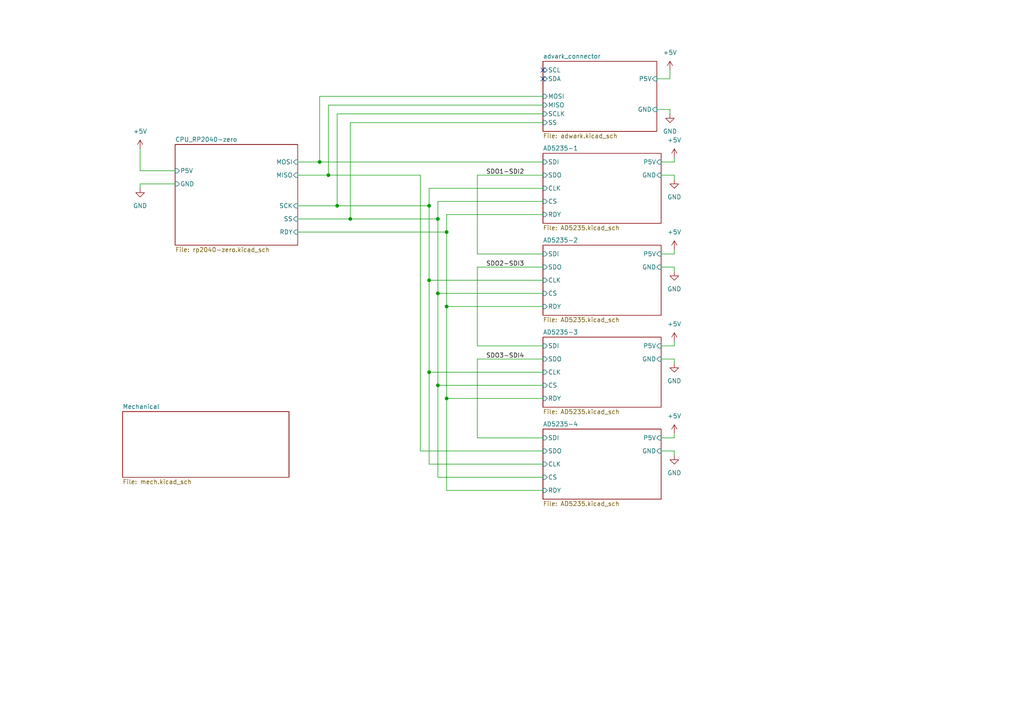
<source format=kicad_sch>
(kicad_sch (version 20230121) (generator eeschema)
  (paper "A4")
  (lib_symbols
    (symbol "PCM_4ms_Power-symbol:+5V" (power) (pin_names (offset 0))
      (property "Value" "+5V" (at 0 3.556 0))
      (symbol "+5V_0_1"
        (polyline (pts (xy -0.762 1.27) (xy 0 2.54)))
        (polyline (pts (xy 0 0) (xy 0 2.54)))
        (polyline (pts (xy 0 2.54) (xy 0.762 1.27)))
      )
      (symbol "+5V_1_1"
        (pin power_in line (at 0 0 90) (length 0) hide (name "+5V") (number "1"))
      )
    )
    (symbol "PCM_4ms_Power-symbol:GND" (power) (pin_names (offset 0))
      (property "Value" "GND" (at 0 -3.81 0))
      (symbol "GND_0_1"
        (polyline (pts (xy 0 0) (xy 0 -1.27) (xy 1.27 -1.27) (xy 0 -2.54) (xy -1.27 -1.27) (xy 0 -1.27)))
      )
      (symbol "GND_1_1"
        (pin power_in line (at 0 0 270) (length 0) hide (name "GND") (number "1"))
      )
    )
  )
  (junction (at 92.71 46.99))
  (junction (at 127 63.5))
  (junction (at 129.54 67.31))
  (junction (at 95.25 50.8))
  (junction (at 129.54 88.9))
  (junction (at 127 111.76))
  (junction (at 124.46 59.69))
  (junction (at 129.54 115.57))
  (junction (at 101.6 63.5))
  (junction (at 127 85.09))
  (junction (at 124.46 107.95))
  (junction (at 97.79 59.69))
  (junction (at 124.46 81.28))
  (no_connect (at 157.48 22.86))
  (no_connect (at 157.48 20.32))
  (wire (pts (xy 127 63.5) (xy 127 85.09)))
  (wire (pts (xy 191.77 127) (xy 195.58 127)))
  (wire (pts (xy 194.31 31.75) (xy 194.31 33.02)))
  (wire (pts (xy 86.36 46.99) (xy 92.71 46.99)))
  (wire (pts (xy 40.64 43.18) (xy 40.64 49.53)))
  (wire (pts (xy 157.48 77.47) (xy 138.43 77.47)))
  (wire (pts (xy 127 85.09) (xy 157.48 85.09)))
  (wire (pts (xy 195.58 50.8) (xy 195.58 52.07)))
  (wire (pts (xy 138.43 100.33) (xy 157.48 100.33)))
  (wire (pts (xy 121.92 130.81) (xy 121.92 50.8)))
  (wire (pts (xy 127 85.09) (xy 127 111.76)))
  (wire (pts (xy 101.6 35.56) (xy 101.6 63.5)))
  (wire (pts (xy 190.5 22.86) (xy 194.31 22.86)))
  (wire (pts (xy 191.77 77.47) (xy 195.58 77.47)))
  (wire (pts (xy 157.48 62.23) (xy 129.54 62.23)))
  (wire (pts (xy 191.77 46.99) (xy 195.58 46.99)))
  (wire (pts (xy 101.6 63.5) (xy 127 63.5)))
  (wire (pts (xy 124.46 134.62) (xy 157.48 134.62)))
  (wire (pts (xy 190.5 31.75) (xy 194.31 31.75)))
  (wire (pts (xy 86.36 67.31) (xy 129.54 67.31)))
  (wire (pts (xy 129.54 115.57) (xy 157.48 115.57)))
  (wire (pts (xy 195.58 46.99) (xy 195.58 45.72)))
  (wire (pts (xy 129.54 62.23) (xy 129.54 67.31)))
  (wire (pts (xy 124.46 81.28) (xy 157.48 81.28)))
  (wire (pts (xy 157.48 30.48) (xy 95.25 30.48)))
  (wire (pts (xy 138.43 50.8) (xy 138.43 73.66)))
  (wire (pts (xy 157.48 54.61) (xy 124.46 54.61)))
  (wire (pts (xy 191.77 130.81) (xy 195.58 130.81)))
  (wire (pts (xy 157.48 104.14) (xy 138.43 104.14)))
  (wire (pts (xy 95.25 30.48) (xy 95.25 50.8)))
  (wire (pts (xy 157.48 27.94) (xy 92.71 27.94)))
  (wire (pts (xy 124.46 54.61) (xy 124.46 59.69)))
  (wire (pts (xy 191.77 50.8) (xy 195.58 50.8)))
  (wire (pts (xy 92.71 46.99) (xy 157.48 46.99)))
  (wire (pts (xy 124.46 59.69) (xy 124.46 81.28)))
  (wire (pts (xy 195.58 73.66) (xy 195.58 72.39)))
  (wire (pts (xy 124.46 81.28) (xy 124.46 107.95)))
  (wire (pts (xy 157.48 50.8) (xy 138.43 50.8)))
  (wire (pts (xy 157.48 33.02) (xy 97.79 33.02)))
  (wire (pts (xy 127 138.43) (xy 157.48 138.43)))
  (wire (pts (xy 195.58 130.81) (xy 195.58 132.08)))
  (wire (pts (xy 138.43 127) (xy 157.48 127)))
  (wire (pts (xy 129.54 67.31) (xy 129.54 88.9)))
  (wire (pts (xy 86.36 50.8) (xy 95.25 50.8)))
  (wire (pts (xy 129.54 88.9) (xy 129.54 115.57)))
  (wire (pts (xy 194.31 20.32) (xy 194.31 22.86)))
  (wire (pts (xy 195.58 77.47) (xy 195.58 78.74)))
  (wire (pts (xy 40.64 49.53) (xy 50.8 49.53)))
  (wire (pts (xy 129.54 142.24) (xy 157.48 142.24)))
  (wire (pts (xy 40.64 53.34) (xy 40.64 54.61)))
  (wire (pts (xy 92.71 27.94) (xy 92.71 46.99)))
  (wire (pts (xy 191.77 104.14) (xy 195.58 104.14)))
  (wire (pts (xy 138.43 104.14) (xy 138.43 127)))
  (wire (pts (xy 191.77 100.33) (xy 195.58 100.33)))
  (wire (pts (xy 124.46 107.95) (xy 157.48 107.95)))
  (wire (pts (xy 124.46 107.95) (xy 124.46 134.62)))
  (wire (pts (xy 86.36 63.5) (xy 101.6 63.5)))
  (wire (pts (xy 97.79 33.02) (xy 97.79 59.69)))
  (wire (pts (xy 195.58 104.14) (xy 195.58 105.41)))
  (wire (pts (xy 191.77 73.66) (xy 195.58 73.66)))
  (wire (pts (xy 157.48 130.81) (xy 121.92 130.81)))
  (wire (pts (xy 50.8 53.34) (xy 40.64 53.34)))
  (wire (pts (xy 157.48 35.56) (xy 101.6 35.56)))
  (wire (pts (xy 138.43 73.66) (xy 157.48 73.66)))
  (wire (pts (xy 127 111.76) (xy 127 138.43)))
  (wire (pts (xy 129.54 115.57) (xy 129.54 142.24)))
  (wire (pts (xy 129.54 88.9) (xy 157.48 88.9)))
  (wire (pts (xy 86.36 59.69) (xy 97.79 59.69)))
  (wire (pts (xy 127 58.42) (xy 127 63.5)))
  (wire (pts (xy 127 111.76) (xy 157.48 111.76)))
  (wire (pts (xy 97.79 59.69) (xy 124.46 59.69)))
  (wire (pts (xy 157.48 58.42) (xy 127 58.42)))
  (wire (pts (xy 195.58 100.33) (xy 195.58 99.06)))
  (wire (pts (xy 138.43 77.47) (xy 138.43 100.33)))
  (wire (pts (xy 95.25 50.8) (xy 121.92 50.8)))
  (wire (pts (xy 195.58 127) (xy 195.58 125.73)))
  (label "SDO3-SDI4" (at 140.97 104.14 0))
  (label "SDO2-SDI3" (at 140.97 77.47 0))
  (label "SDO1-SDI2" (at 140.97 50.8 0))
  (symbol (lib_id "PCM_4ms_Power-symbol:+5V") (at 195.58 72.39 0) (unit 1)
    (property "Reference" "#PWR05" (effects hide))
    (property "Value" "+5V" (at 195.58 67.31 0))
  )
  (symbol (lib_id "PCM_4ms_Power-symbol:GND") (at 40.64 54.61 0) (unit 1)
    (property "Reference" "#PWR02" (effects hide))
    (property "Value" "GND" (at 40.64 59.69 0))
  )
  (symbol (lib_id "PCM_4ms_Power-symbol:+5V") (at 195.58 125.73 0) (unit 1)
    (property "Reference" "#PWR09" (effects hide))
    (property "Value" "+5V" (at 195.58 120.65 0))
  )
  (symbol (lib_id "PCM_4ms_Power-symbol:GND") (at 195.58 52.07 0) (unit 1)
    (property "Reference" "#PWR04" (effects hide))
    (property "Value" "GND" (at 195.58 57.15 0))
  )
  (symbol (lib_id "PCM_4ms_Power-symbol:+5V") (at 195.58 99.06 0) (unit 1)
    (property "Reference" "#PWR07" (effects hide))
    (property "Value" "+5V" (at 195.58 93.98 0))
  )
  (symbol (lib_id "PCM_4ms_Power-symbol:+5V") (at 194.31 20.32 0) (unit 1)
    (property "Reference" "#PWR011" (effects hide))
    (property "Value" "+5V" (at 194.31 15.24 0))
  )
  (symbol (lib_id "PCM_4ms_Power-symbol:+5V") (at 195.58 45.72 0) (unit 1)
    (property "Reference" "#PWR03" (effects hide))
    (property "Value" "+5V" (at 195.58 40.64 0))
  )
  (symbol (lib_id "PCM_4ms_Power-symbol:GND") (at 195.58 105.41 0) (unit 1)
    (property "Reference" "#PWR08" (effects hide))
    (property "Value" "GND" (at 195.58 110.49 0))
  )
  (symbol (lib_id "PCM_4ms_Power-symbol:+5V") (at 40.64 43.18 0) (unit 1)
    (property "Reference" "#PWR01" (effects hide))
    (property "Value" "+5V" (at 40.64 38.1 0))
  )
  (symbol (lib_id "PCM_4ms_Power-symbol:GND") (at 194.31 33.02 0) (unit 1)
    (property "Reference" "#PWR012" (effects hide))
    (property "Value" "GND" (at 194.31 38.1 0))
  )
  (symbol (lib_id "PCM_4ms_Power-symbol:GND") (at 195.58 78.74 0) (unit 1)
    (property "Reference" "#PWR06" (effects hide))
    (property "Value" "GND" (at 195.58 83.82 0))
  )
  (symbol (lib_id "PCM_4ms_Power-symbol:GND") (at 195.58 132.08 0) (unit 1)
    (property "Reference" "#PWR010" (effects hide))
    (property "Value" "GND" (at 195.58 137.16 0))
  )
  (sheet (at 157.48 97.79) (size 34.29 20.32) (stroke (width 0.1524))
    (property "Sheetname" "AD5235-3" (at 157.48 97.0784 0) (effects (justify left bottom)))
    (property "Sheetfile" "AD5235.kicad_sch" (at 157.48 118.6946 0) (effects (justify left top)))
    (pin "SDO" input (at 157.48 104.14 180))
    (pin "CLK" input (at 157.48 107.95 180))
    (pin "CS" input (at 157.48 111.76 180))
    (pin "SDI" input (at 157.48 100.33 180))
    (pin "P5V" input (at 191.77 100.33 0))
    (pin "RDY" input (at 157.48 115.57 180))
    (pin "GND" input (at 191.77 104.14 0))
  )
  (sheet (at 157.48 124.46) (size 34.29 20.32) (stroke (width 0.1524))
    (property "Sheetname" "AD5235-4" (at 157.48 123.7484 0) (effects (justify left bottom)))
    (property "Sheetfile" "AD5235.kicad_sch" (at 157.48 145.3646 0) (effects (justify left top)))
    (pin "SDO" input (at 157.48 130.81 180))
    (pin "CLK" input (at 157.48 134.62 180))
    (pin "CS" input (at 157.48 138.43 180))
    (pin "SDI" input (at 157.48 127 180))
    (pin "P5V" input (at 191.77 127 0))
    (pin "RDY" input (at 157.48 142.24 180))
    (pin "GND" input (at 191.77 130.81 0))
  )
  (sheet (at 157.48 17.78) (size 33.02 20.32) (stroke (width 0.1524))
    (property "Sheetname" "advark_connector" (at 157.48 17.0684 0) (effects (justify left bottom)))
    (property "Sheetfile" "adwark.kicad_sch" (at 157.48 38.6846 0) (effects (justify left top)))
    (pin "SCL" input (at 157.48 20.32 180))
    (pin "SDA" input (at 157.48 22.86 180))
    (pin "MISO" input (at 157.48 30.48 180))
    (pin "SCLK" input (at 157.48 33.02 180))
    (pin "SS" input (at 157.48 35.56 180))
    (pin "GND" input (at 190.5 31.75 0))
    (pin "P5V" input (at 190.5 22.86 0))
    (pin "MOSI" input (at 157.48 27.94 180))
  )
  (sheet (at 157.48 71.12) (size 34.29 20.32) (stroke (width 0.1524))
    (property "Sheetname" "AD5235-2" (at 157.48 70.4084 0) (effects (justify left bottom)))
    (property "Sheetfile" "AD5235.kicad_sch" (at 157.48 92.0246 0) (effects (justify left top)))
    (pin "SDO" input (at 157.48 77.47 180))
    (pin "CLK" input (at 157.48 81.28 180))
    (pin "CS" input (at 157.48 85.09 180))
    (pin "SDI" input (at 157.48 73.66 180))
    (pin "P5V" input (at 191.77 73.66 0))
    (pin "RDY" input (at 157.48 88.9 180))
    (pin "GND" input (at 191.77 77.47 0))
  )
  (sheet (at 157.48 44.45) (size 34.29 20.32) (stroke (width 0.1524))
    (property "Sheetname" "AD5235-1" (at 157.48 43.7384 0) (effects (justify left bottom)))
    (property "Sheetfile" "AD5235.kicad_sch" (at 157.48 65.3546 0) (effects (justify left top)))
    (pin "SDO" input (at 157.48 50.8 180))
    (pin "CLK" input (at 157.48 54.61 180))
    (pin "CS" input (at 157.48 58.42 180))
    (pin "SDI" input (at 157.48 46.99 180))
    (pin "P5V" input (at 191.77 46.99 0))
    (pin "RDY" input (at 157.48 62.23 180))
    (pin "GND" input (at 191.77 50.8 0))
  )
  (sheet (at 50.8 41.91) (size 35.56 29.21) (stroke (width 0.1524))
    (property "Sheetname" "CPU_RP2040-zero" (at 50.8 41.1984 0) (effects (justify left bottom)))
    (property "Sheetfile" "rp2040-zero.kicad_sch" (at 50.8 71.7046 0) (effects (justify left top)))
    (pin "MISO" input (at 86.36 50.8 0))
    (pin "RDY" input (at 86.36 67.31 0))
    (pin "SS" input (at 86.36 63.5 0))
    (pin "SCK" input (at 86.36 59.69 0))
    (pin "MOSI" input (at 86.36 46.99 0))
    (pin "GND" input (at 50.8 53.34 180))
    (pin "P5V" input (at 50.8 49.53 180))
  )
  (sheet (at 35.56 119.38) (size 48.26 19.05) (stroke (width 0.1524))
    (property "Sheetname" "Mechanical" (at 35.56 118.6684 0) (effects (justify left bottom)))
    (property "Sheetfile" "mech.kicad_sch" (at 35.56 139.0146 0) (effects (justify left top)))
  )
)
</source>
